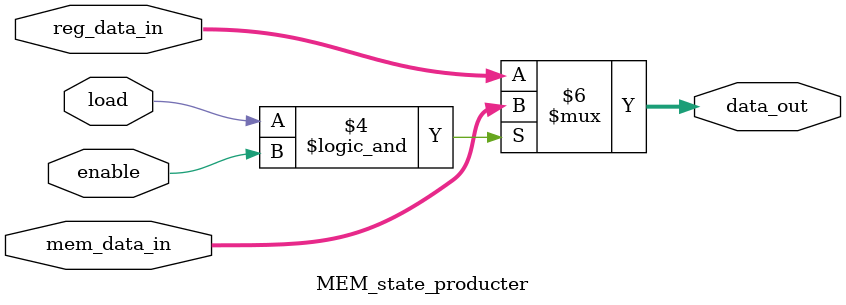
<source format=v>
module MEM_state_producter(
  input [31:0] reg_data_in,mem_data_in,
  input load,enable,
  output reg [31:0] data_out
);
  always @(*) begin
    data_out = reg_data_in;
    if(load == 1'b1 && enable == 1'b1) data_out = mem_data_in;
  end
endmodule
  
</source>
